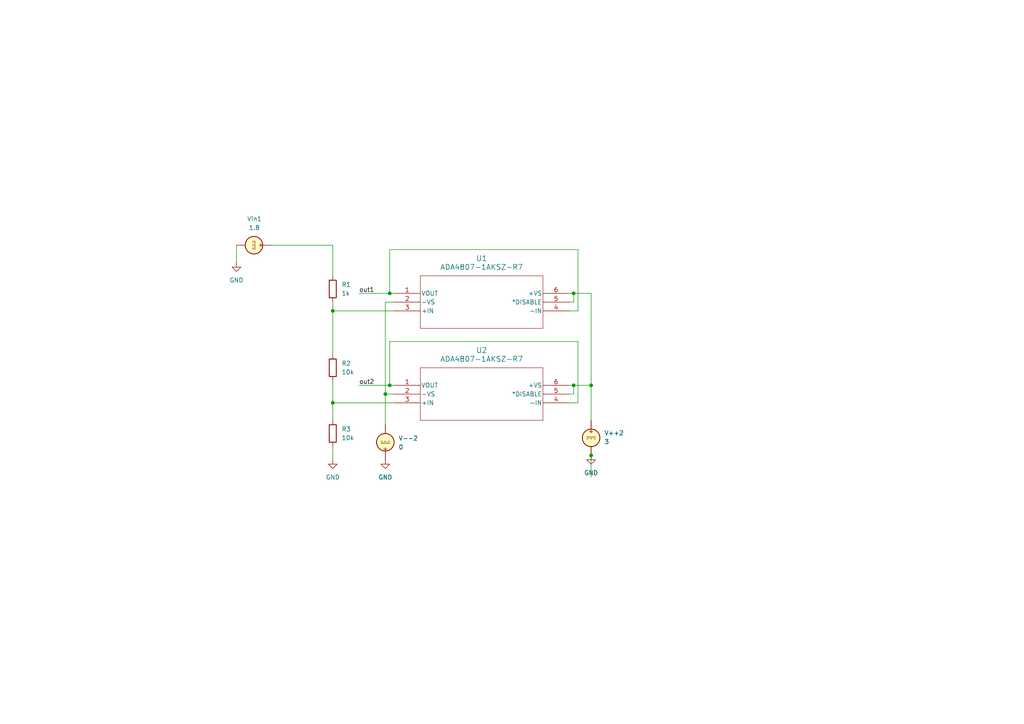
<source format=kicad_sch>
(kicad_sch (version 20231120) (generator "eeschema") (generator_version "8.0")
  (paper "A4")
  (lib_symbols
    (symbol "Device:R" (pin_numbers hide) (pin_names (offset 0))
      (property "Reference" "R" (at 2.032 0 90))
      (property "Value" "R" (at 0 0 90))
      (symbol "R_0_1"
        (rectangle (start -1.016 -2.54) (end 1.016 2.54) (stroke (width 0.254)))
      )
      (symbol "R_1_1"
        (pin passive line (at 0 3.81 270) (length 1.27) (name "~") (number "1"))
        (pin passive line (at 0 -3.81 90) (length 1.27) (name "~") (number "2"))
      )
    )
    (symbol "Opamp:ADA4807-1AKSZ-R7" (pin_names (offset 0.254))
      (property "Reference" "U" (at 25.4 10.16 0))
      (property "Value" "ADA4807-1AKSZ-R7" (at 25.4 7.62 0))
      (symbol "ADA4807-1AKSZ-R7_0_1"
        (polyline (pts (xy 7.62 -10.16) (xy 43.18 -10.16)) (stroke (width 0.127)))
        (polyline (pts (xy 7.62 5.08) (xy 7.62 -10.16)) (stroke (width 0.127)))
        (polyline (pts (xy 43.18 -10.16) (xy 43.18 5.08)) (stroke (width 0.127)))
        (polyline (pts (xy 43.18 5.08) (xy 7.62 5.08)) (stroke (width 0.127)))
        (pin power_in line (at 0 0 0) (length 7.62) (name "VOUT") (number "1"))
        (pin power_in line (at 0 -2.54 0) (length 7.62) (name "-VS") (number "2"))
        (pin input line (at 0 -5.08 0) (length 7.62) (name "+IN") (number "3"))
        (pin input line (at 50.8 -5.08 180) (length 7.62) (name "-IN") (number "4"))
        (pin unspecified line (at 50.8 -2.54 180) (length 7.62) (name "*DISABLE") (number "5"))
        (pin power_in line (at 50.8 0 180) (length 7.62) (name "+VS") (number "6"))
      )
    )
    (symbol "Simulation_SPICE:VDC" (pin_numbers hide) (pin_names (offset 0.0254))
      (property "Reference" "V" (at 2.54 2.54 0))
      (property "Value" "1" (at 2.54 0 0))
      (symbol "VDC_0_0"
        (polyline (pts (xy -1.27 0.254) (xy 1.27 0.254)))
        (polyline (pts (xy -0.762 -0.254) (xy -1.27 -0.254)))
        (polyline (pts (xy 0.254 -0.254) (xy -0.254 -0.254)))
        (polyline (pts (xy 1.27 -0.254) (xy 0.762 -0.254)))
        (text "+" (at 0 1.905 0) (effects (font (size 1.27 1.27))))
      )
      (symbol "VDC_0_1"
        (circle (center 0 0) (radius 2.54) (stroke (width 0.254)) (fill (type background)))
      )
      (symbol "VDC_1_1"
        (pin passive line (at 0 5.08 270) (length 2.54) (name "~") (number "1"))
        (pin passive line (at 0 -5.08 90) (length 2.54) (name "~") (number "2"))
      )
    )
    (symbol "power:GND" (power) (pin_numbers hide) (pin_names (offset 0) hide)
      (property "Value" "GND" (at 0 -3.81 0))
      (symbol "GND_0_1"
        (polyline (pts (xy 0 0) (xy 0 -1.27) (xy 1.27 -1.27) (xy 0 -2.54) (xy -1.27 -1.27) (xy 0 -1.27)))
      )
      (symbol "GND_1_1"
        (pin power_in line (at 0 0 270) (length 0) (name "~") (number "1"))
      )
    )
  )
  (junction (at 96.52 90.17))
  (junction (at 113.03 85.09))
  (junction (at 166.37 111.76))
  (junction (at 113.03 111.76))
  (junction (at 171.45 111.76))
  (junction (at 171.45 132.08))
  (junction (at 166.37 85.09))
  (junction (at 111.76 114.3))
  (junction (at 96.52 116.84))
  (wire (pts (xy 111.76 114.3) (xy 114.3 114.3)))
  (wire (pts (xy 166.37 111.76) (xy 166.37 114.3)))
  (wire (pts (xy 96.52 129.54) (xy 96.52 133.35)))
  (wire (pts (xy 165.1 85.09) (xy 166.37 85.09)))
  (wire (pts (xy 96.52 71.12) (xy 96.52 80.01)))
  (wire (pts (xy 167.64 72.39) (xy 113.03 72.39)))
  (wire (pts (xy 166.37 111.76) (xy 171.45 111.76)))
  (wire (pts (xy 167.64 90.17) (xy 167.64 72.39)))
  (wire (pts (xy 96.52 71.12) (xy 78.74 71.12)))
  (wire (pts (xy 111.76 87.63) (xy 114.3 87.63)))
  (wire (pts (xy 165.1 114.3) (xy 166.37 114.3)))
  (wire (pts (xy 96.52 90.17) (xy 96.52 102.87)))
  (wire (pts (xy 167.64 116.84) (xy 167.64 99.06)))
  (wire (pts (xy 96.52 110.49) (xy 96.52 116.84)))
  (wire (pts (xy 171.45 85.09) (xy 171.45 111.76)))
  (wire (pts (xy 104.14 111.76) (xy 113.03 111.76)))
  (wire (pts (xy 166.37 85.09) (xy 166.37 87.63)))
  (wire (pts (xy 68.58 71.12) (xy 68.58 76.2)))
  (wire (pts (xy 104.14 85.09) (xy 113.03 85.09)))
  (wire (pts (xy 166.37 85.09) (xy 171.45 85.09)))
  (wire (pts (xy 96.52 87.63) (xy 96.52 90.17)))
  (wire (pts (xy 165.1 87.63) (xy 166.37 87.63)))
  (wire (pts (xy 111.76 114.3) (xy 111.76 123.19)))
  (wire (pts (xy 171.45 132.08) (xy 171.45 138.43)))
  (wire (pts (xy 113.03 72.39) (xy 113.03 85.09)))
  (wire (pts (xy 165.1 116.84) (xy 167.64 116.84)))
  (wire (pts (xy 113.03 99.06) (xy 113.03 111.76)))
  (wire (pts (xy 113.03 111.76) (xy 114.3 111.76)))
  (wire (pts (xy 111.76 87.63) (xy 111.76 114.3)))
  (wire (pts (xy 113.03 85.09) (xy 114.3 85.09)))
  (wire (pts (xy 96.52 90.17) (xy 114.3 90.17)))
  (wire (pts (xy 165.1 90.17) (xy 167.64 90.17)))
  (wire (pts (xy 167.64 99.06) (xy 113.03 99.06)))
  (wire (pts (xy 96.52 116.84) (xy 114.3 116.84)))
  (wire (pts (xy 165.1 111.76) (xy 166.37 111.76)))
  (wire (pts (xy 96.52 116.84) (xy 96.52 121.92)))
  (wire (pts (xy 171.45 111.76) (xy 171.45 121.92)))
  (label "out1" (at 104.14 85.09 0))
  (label "out2" (at 104.14 111.76 0))
  (symbol (lib_id "power:GND") (at 68.58 76.2 0) (unit 1)
    (property "Reference" "#PWR01" (effects (hide yes)))
    (property "Value" "GND" (at 68.58 81.28 0))
    (property "Description" "Power symbol creates a global label with name \"GND\" , ground" (effects (hide yes)))
  )
  (symbol (lib_id "power:GND") (at 171.45 132.08 0) (unit 1)
    (property "Reference" "#PWR07" (effects (hide yes)))
    (property "Value" "GND" (at 171.45 137.16 0))
    (property "Description" "Power symbol creates a global label with name \"GND\" , ground" (effects (hide yes)))
  )
  (symbol (lib_id "Device:R") (at 96.52 83.82 0) (unit 1)
    (property "Reference" "R1" (at 99.06 82.5499 0) (effects (justify left)))
    (property "Value" "1k" (at 99.06 85.0899 0) (effects (justify left)))
    (property "Description" "Resistor" (effects (hide yes)))
  )
  (symbol (lib_id "Device:R") (at 96.52 125.73 0) (unit 1)
    (property "Reference" "R3" (at 99.06 124.4599 0) (effects (justify left)))
    (property "Value" "10k" (at 99.06 126.9999 0) (effects (justify left)))
    (property "Description" "Resistor" (effects (hide yes)))
  )
  (symbol (lib_id "power:GND") (at 96.52 133.35 0) (unit 1)
    (property "Reference" "#PWR05" (effects (hide yes)))
    (property "Value" "GND" (at 96.52 138.43 0))
    (property "Description" "Power symbol creates a global label with name \"GND\" , ground" (effects (hide yes)))
  )
  (symbol (lib_id "Device:R") (at 96.52 106.68 0) (unit 1)
    (property "Reference" "R2" (at 99.06 105.4099 0) (effects (justify left)))
    (property "Value" "10k" (at 99.06 107.9499 0) (effects (justify left)))
    (property "Description" "Resistor" (effects (hide yes)))
  )
  (symbol (lib_id "Opamp:ADA4807-1AKSZ-R7") (at 114.3 111.76 0) (unit 1)
    (property "Reference" "U2" (at 139.7 101.6 0) (effects (font (size 1.524 1.524))))
    (property "Value" "ADA4807-1AKSZ-R7" (at 139.7 104.14 0) (effects (font (size 1.524 1.524))))
    (property "Footprint" "KS-6_ADI" (effects (hide yes)))
    (property "Datasheet" "ADA4807-1AKSZ-R7" (effects (hide yes)))
    (property "Sim.Library" "/home/maxwell/github-repos/sp-24-EE628/6_Test/2_PCB/test_board_1/TestBoardEDA/models/ADA4807.cir" (effects (hide yes)))
    (property "Sim.Name" "ADA4807" (effects (hide yes)))
    (property "Sim.Device" "SUBCKT" (effects (hide yes)))
    (property "Sim.Pins" "1=104 2=103 3=100 4=101 5=106 6=102" (effects (hide yes)))
  )
  (symbol (lib_id "Simulation_SPICE:VDC") (at 73.66 71.12 270) (unit 1)
    (property "Reference" "Vin1" (at 73.7898 63.5 90))
    (property "Value" "1.8" (at 73.7898 66.04 90))
    (property "Datasheet" "https://ngspice.sourceforge.io/docs/ngspice-html-manual/manual.xhtml#sec_Independent_Sources_for" (effects (hide yes)))
    (property "Description" "Voltage source, DC" (effects (hide yes)))
    (property "Sim.Pins" "1=+ 2=-" (effects (hide yes)))
    (property "Sim.Type" "DC" (effects (hide yes)))
    (property "Sim.Device" "V" (effects (hide yes)))
  )
  (symbol (lib_id "Simulation_SPICE:VDC") (at 111.76 128.27 180) (unit 1)
    (property "Reference" "V--2" (at 115.57 127.1297 0) (effects (justify right)))
    (property "Value" "0" (at 115.57 129.6697 0) (effects (justify right)))
    (property "Datasheet" "https://ngspice.sourceforge.io/docs/ngspice-html-manual/manual.xhtml#sec_Independent_Sources_for" (effects (hide yes)))
    (property "Description" "Voltage source, DC" (effects (hide yes)))
    (property "Sim.Pins" "1=+ 2=-" (effects (hide yes)))
    (property "Sim.Type" "DC" (effects (hide yes)))
    (property "Sim.Device" "V" (effects (hide yes)))
  )
  (symbol (lib_id "Opamp:ADA4807-1AKSZ-R7") (at 114.3 85.09 0) (unit 1)
    (property "Reference" "U1" (at 139.7 74.93 0) (effects (font (size 1.524 1.524))))
    (property "Value" "ADA4807-1AKSZ-R7" (at 139.7 77.47 0) (effects (font (size 1.524 1.524))))
    (property "Footprint" "KS-6_ADI" (effects (hide yes)))
    (property "Datasheet" "ADA4807-1AKSZ-R7" (effects (hide yes)))
    (property "Sim.Library" "/home/maxwell/github-repos/sp-24-EE628/6_Test/2_PCB/test_board_1/TestBoardEDA/models/ADA4807.cir" (effects (hide yes)))
    (property "Sim.Name" "ADA4807" (effects (hide yes)))
    (property "Sim.Device" "SUBCKT" (effects (hide yes)))
    (property "Sim.Pins" "1=104 2=103 3=100 4=101 5=106 6=102" (effects (hide yes)))
  )
  (symbol (lib_id "Simulation_SPICE:VDC") (at 171.45 127 0) (unit 1)
    (property "Reference" "V++2" (at 175.26 125.6001 0) (effects (justify left)))
    (property "Value" "3" (at 175.26 128.1401 0) (effects (justify left)))
    (property "Datasheet" "https://ngspice.sourceforge.io/docs/ngspice-html-manual/manual.xhtml#sec_Independent_Sources_for" (effects (hide yes)))
    (property "Description" "Voltage source, DC" (effects (hide yes)))
    (property "Sim.Pins" "1=+ 2=-" (effects (hide yes)))
    (property "Sim.Type" "DC" (effects (hide yes)))
    (property "Sim.Device" "V" (effects (hide yes)))
  )
  (symbol (lib_id "power:GND") (at 111.76 133.35 0) (unit 1)
    (property "Reference" "#PWR06" (effects (hide yes)))
    (property "Value" "GND" (at 111.76 138.43 0))
    (property "Description" "Power symbol creates a global label with name \"GND\" , ground" (effects (hide yes)))
  )
)
</source>
